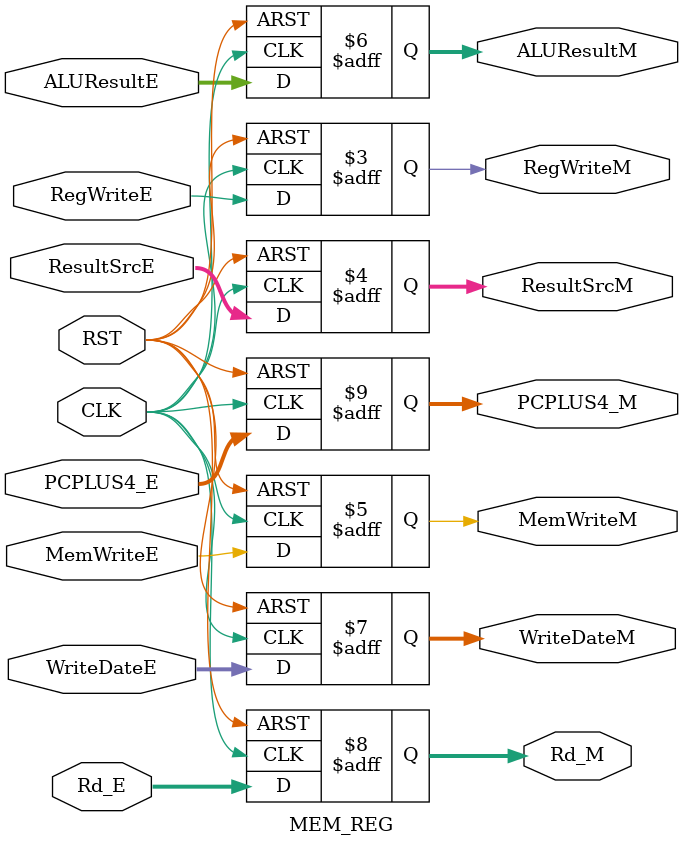
<source format=v>
module MEM_REG (
input        wire                     CLK,
input        wire                     RST,
input        wire                     RegWriteE,
input        wire         [1:0]       ResultSrcE,
input        wire                     MemWriteE,
input        wire         [31:0]      ALUResultE,
input        wire         [31:0]      WriteDateE,
input        wire         [4:0]       Rd_E,
input        wire         [31:0]      PCPLUS4_E,
output       reg                      RegWriteM,
output       reg         [1:0]        ResultSrcM,
output       reg                      MemWriteM,
output       reg         [31:0]       ALUResultM,
output       reg         [31:0]       WriteDateM,
output       reg        [4:0]        Rd_M,
output       reg        [31:0]       PCPLUS4_M
);




always@(posedge CLK or negedge RST)
begin
	if(!RST)
		begin
			RegWriteM <= 1'd0;
			ResultSrcM <= 2'd0;
			MemWriteM <= 1'd0;
			ALUResultM <= 32'd0 ;
			WriteDateM <= 32'd0;
			Rd_M <= 5'd0 ;
			PCPLUS4_M <= 32'd0;
		end
	else 
		begin
			
			RegWriteM <=  RegWriteE;
			ResultSrcM <= ResultSrcE;
			MemWriteM <=  MemWriteE ;
			ALUResultM <= ALUResultE;
			WriteDateM <= WriteDateE;
			Rd_M <= Rd_E;
			PCPLUS4_M <= PCPLUS4_E;
			
			
		end
end



endmodule


</source>
